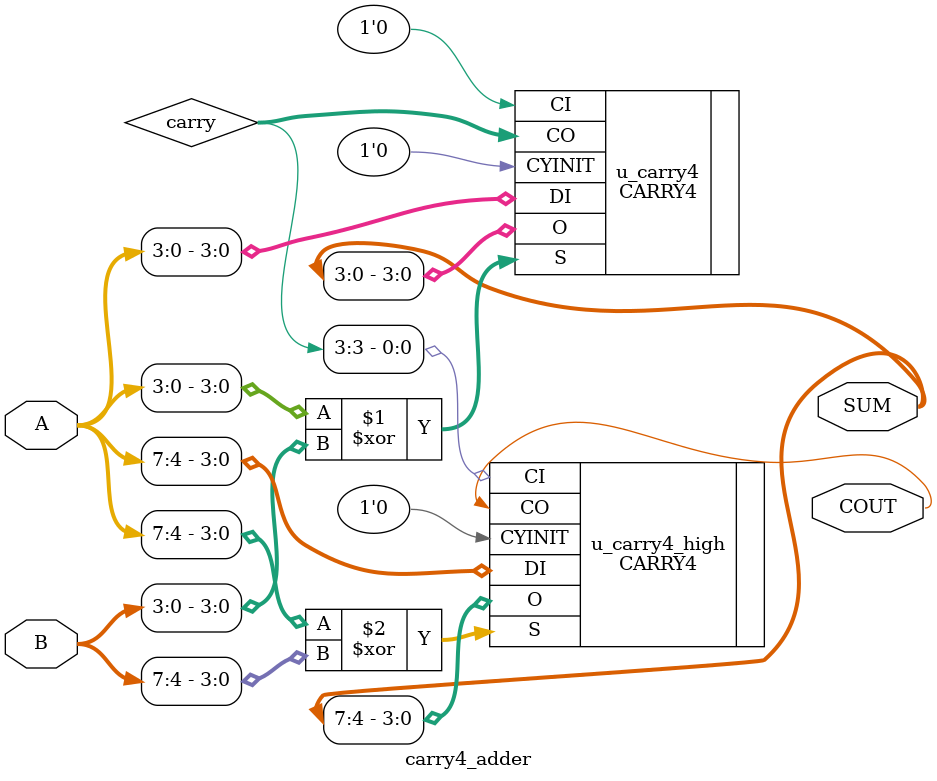
<source format=v>



`timescale 1ns / 1ps

`timescale 1ns / 1ps

module multiplier4x4 (
    input  [3:0] A,   // 4-bit input A
    input  [3:0] B,   // 4-bit input B
    output [7:0] P    // 8-bit product output
);

    wire [5:0] P_low, P_high; 
    wire [7:0] P_low_ext, P_high_shifted, sum;
    wire carry_out;

    // 4x2 multiplications
    assign P_low  = A * B[1:0];  // A * lower 2 bits of B
    assign P_high = A * B[3:2];  // A * upper 2 bits of B

    // Extend to 8 bits for addition
    assign P_low_ext = {2'b00, P_low};  
    assign P_high_shifted = {P_high, 2'b00}; // Shift and extend

    // Use CARRY4-based fast adder for final sum
    carry4_adder u_adder (
        .A(P_low_ext),
        .B(P_high_shifted),
        .SUM(sum),
        .COUT(carry_out)
    );

    assign P = sum;  // Final product

endmodule


module carry4_adder (
    input  [7:0] A, B,  
    output [7:0] SUM,
    output COUT
);
    wire [3:0] carry;
    
    CARRY4 u_carry4 (
        .CI(1'b0),        
        .CYINIT(1'b0),    
        .CO(carry),       
        .DI(A[3:0]),  // Direct input for carry propagation
        .S(A[3:0] ^ B[3:0]), // XOR for sum
        .O(SUM[3:0])    
    );

    CARRY4 u_carry4_high (
        .CI(carry[3]),    
        .CYINIT(1'b0),   
        .CO(COUT),        
        .DI(A[7:4]),  // Direct input for carry propagation
        .S(A[7:4] ^ B[7:4]),   
        .O(SUM[7:4])      
    );

endmodule

</source>
